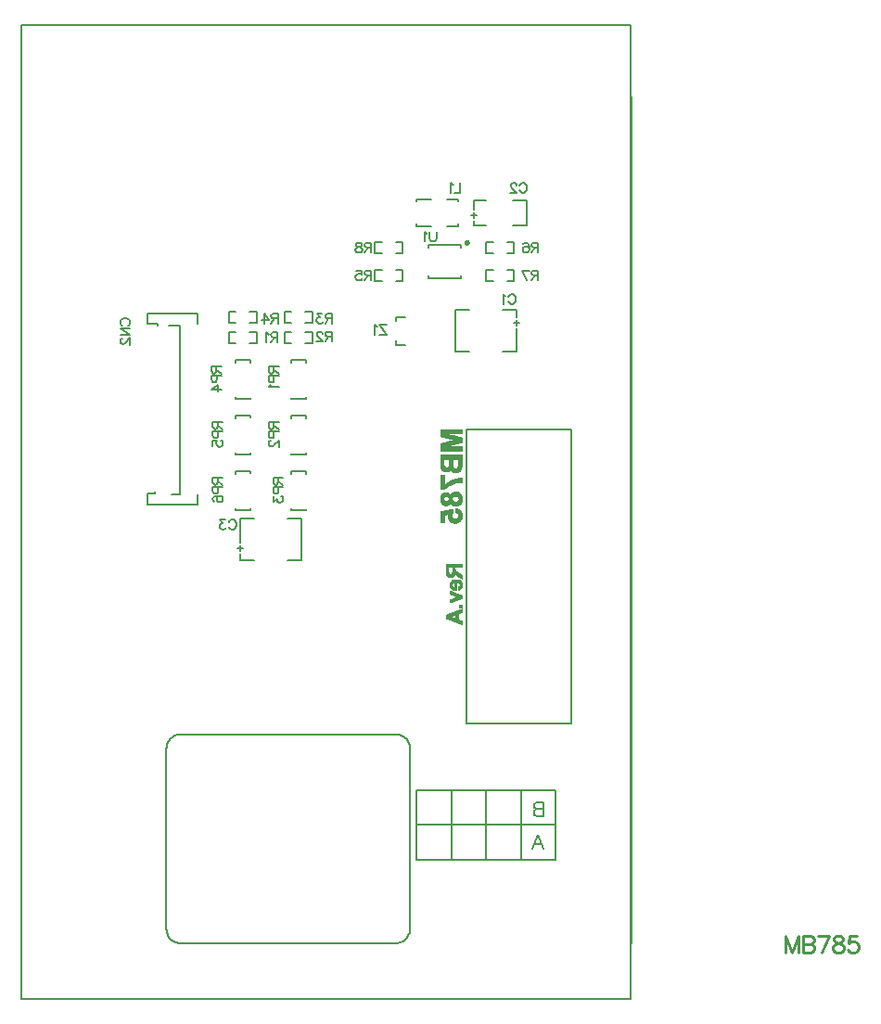
<source format=gbr>
%FSTAX23Y23*%
%MOIN*%
%SFA1B1*%

%IPPOS*%
%ADD10C,0.010000*%
%ADD11C,0.005000*%
%ADD13C,0.008000*%
%ADD34C,0.007000*%
%ADD35C,0.006000*%
%ADD36C,0.001000*%
%LNmb785a-1*%
%LPD*%
G54D10*
X-03642Y00967D02*
D01*
X-03642Y00967*
X-03642Y00967*
X-03642Y00968*
X-03642Y00968*
X-03642Y00968*
X-03642Y00969*
X-03642Y00969*
X-03642Y00969*
X-03642Y00969*
X-03643Y0097*
X-03643Y0097*
X-03643Y0097*
X-03643Y0097*
X-03644Y00971*
X-03644Y00971*
X-03644Y00971*
X-03645Y00971*
X-03645Y00971*
X-03645Y00971*
X-03646Y00971*
X-03646Y00971*
X-03646Y00971*
X-03647*
X-03647Y00971*
X-03647Y00971*
X-03648Y00971*
X-03648Y00971*
X-03648Y00971*
X-03649Y00971*
X-03649Y00971*
X-03649Y00971*
X-0365Y0097*
X-0365Y0097*
X-0365Y0097*
X-0365Y0097*
X-03651Y00969*
X-03651Y00969*
X-03651Y00969*
X-03651Y00969*
X-03651Y00968*
X-03651Y00968*
X-03651Y00968*
X-03651Y00967*
X-03651Y00967*
X-03652Y00967*
X-03651Y00966*
X-03651Y00966*
X-03651Y00965*
X-03651Y00965*
X-03651Y00965*
X-03651Y00964*
X-03651Y00964*
X-03651Y00964*
X-03651Y00964*
X-0365Y00963*
X-0365Y00963*
X-0365Y00963*
X-0365Y00963*
X-03649Y00962*
X-03649Y00962*
X-03649Y00962*
X-03648Y00962*
X-03648Y00962*
X-03648Y00962*
X-03647Y00962*
X-03647Y00962*
X-03647Y00962*
X-03646*
X-03646Y00962*
X-03646Y00962*
X-03645Y00962*
X-03645Y00962*
X-03645Y00962*
X-03644Y00962*
X-03644Y00962*
X-03644Y00962*
X-03643Y00963*
X-03643Y00963*
X-03643Y00963*
X-03643Y00963*
X-03642Y00964*
X-03642Y00964*
X-03642Y00964*
X-03642Y00964*
X-03642Y00965*
X-03642Y00965*
X-03642Y00965*
X-03642Y00966*
X-03642Y00966*
X-03642Y00967*
X-025Y-01525D02*
Y-01585D01*
Y-01525D02*
X-02477Y-01585D01*
X-02454Y-01525D02*
X-02477Y-01585D01*
X-02454Y-01525D02*
Y-01585D01*
X-02437Y-01525D02*
Y-01585D01*
Y-01525D02*
X-02411D01*
X-02403Y-01528*
X-024Y-01531*
X-02397Y-01536*
Y-01542*
X-024Y-01548*
X-02403Y-01551*
X-02411Y-01554*
X-02437D02*
X-02411D01*
X-02403Y-01556*
X-024Y-01559*
X-02397Y-01565*
Y-01574*
X-024Y-01579*
X-02403Y-01582*
X-02411Y-01585*
X-02437*
X-02344Y-01525D02*
X-02372Y-01585D01*
X-02384Y-01525D02*
X-02344D01*
X-02316D02*
X-02325Y-01528D01*
X-02327Y-01534*
Y-01539*
X-02325Y-01545*
X-02319Y-01548*
X-02307Y-01551*
X-02299Y-01554*
X-02293Y-01559*
X-0229Y-01565*
Y-01574*
X-02293Y-01579*
X-02296Y-01582*
X-02305Y-01585*
X-02316*
X-02325Y-01582*
X-02327Y-01579*
X-0233Y-01574*
Y-01565*
X-02327Y-01559*
X-02322Y-01554*
X-02313Y-01551*
X-02302Y-01548*
X-02296Y-01545*
X-02293Y-01539*
Y-01534*
X-02296Y-01528*
X-02305Y-01525*
X-02316*
X-02243D02*
X-02271D01*
X-02274Y-01551*
X-02271Y-01548*
X-02263Y-01545*
X-02254*
X-02245Y-01548*
X-0224Y-01554*
X-02237Y-01562*
Y-01568*
X-0224Y-01576*
X-02245Y-01582*
X-02254Y-01585*
X-02263*
X-02271Y-01582*
X-02274Y-01579*
X-02277Y-01574*
G54D11*
X-03826Y-01127D02*
X-03326D01*
X-03701Y-01252D02*
Y-01002D01*
X-03576Y-01252D02*
Y-01002D01*
X-03451Y-01252D02*
Y-01217D01*
Y-01247D02*
Y-01002D01*
X-03326Y-01252D02*
Y-01002D01*
X-03826Y-01252D02*
X-03326D01*
X-03826D02*
Y-01002D01*
X-03326*
X-04716Y00667D02*
X-04677D01*
X-04708Y0006D02*
X-04677D01*
Y00068*
Y00092*
Y00667*
X-04756D02*
Y00675D01*
X-04795D02*
X-04756D01*
X-04795D02*
Y0071D01*
X-04614*
Y00675D02*
Y0071D01*
X-04767Y00064D02*
Y00072D01*
X-04795Y00064D02*
X-04767D01*
X-04795Y00025D02*
Y00064D01*
Y00025D02*
X-04614D01*
Y00041*
Y0006*
X-03901Y00698D02*
X-03866D01*
X-03901Y00683D02*
Y00698D01*
Y00598D02*
X-03866D01*
X-03901D02*
Y00613D01*
X-03476Y00678D02*
X-03456D01*
X-03466Y00668D02*
Y00688D01*
X-04471Y-00132D02*
X-04451D01*
X-04461Y-00142D02*
Y-00122D01*
X-03667Y00839D02*
Y00849D01*
X-03785Y00839D02*
X-03667D01*
X-03785D02*
Y00849D01*
X-03667Y00947D02*
Y00957D01*
X-03785Y00947D02*
Y00957D01*
X-03667*
X-03631Y01063D02*
X-03611D01*
X-03621Y01053D02*
Y01073D01*
X-03851Y-00852D02*
D01*
X-03851Y-00848*
X-03851Y-00845*
X-03852Y-00841*
X-03852Y-00838*
X-03854Y-00834*
X-03855Y-00831*
X-03856Y-00828*
X-03858Y-00825*
X-0386Y-00822*
X-03862Y-00819*
X-03865Y-00817*
X-03867Y-00814*
X-0387Y-00812*
X-03873Y-0081*
X-03876Y-00808*
X-03879Y-00807*
X-03882Y-00805*
X-03885Y-00804*
X-03888Y-00803*
X-03892Y-00802*
X-03895Y-00802*
X-03899Y-00802*
X-03901Y-00802*
Y-01552D02*
D01*
X-03897Y-01551*
X-03894Y-01551*
X-0389Y-0155*
X-03887Y-0155*
X-03883Y-01548*
X-0388Y-01547*
X-03877Y-01546*
X-03874Y-01544*
X-03871Y-01542*
X-03868Y-0154*
X-03866Y-01537*
X-03863Y-01535*
X-03861Y-01532*
X-03859Y-01529*
X-03857Y-01527*
X-03856Y-01523*
X-03854Y-0152*
X-03853Y-01517*
X-03852Y-01514*
X-03851Y-0151*
X-03851Y-01507*
X-03851Y-01503*
X-03851Y-01502*
X-04676Y-00802D02*
D01*
X-04679Y-00802*
X-04682Y-00802*
X-04686Y-00803*
X-04689Y-00803*
X-04693Y-00805*
X-04696Y-00806*
X-04699Y-00807*
X-04702Y-00809*
X-04705Y-00811*
X-04708Y-00813*
X-0471Y-00816*
X-04713Y-00818*
X-04715Y-00821*
X-04717Y-00824*
X-04719Y-00827*
X-0472Y-0083*
X-04722Y-00833*
X-04723Y-00836*
X-04724Y-00839*
X-04725Y-00843*
X-04725Y-00846*
X-04725Y-0085*
X-04726Y-00852*
Y-01502D02*
D01*
X-04725Y-01505*
X-04725Y-01508*
X-04724Y-01512*
X-04724Y-01515*
X-04722Y-01519*
X-04721Y-01522*
X-0472Y-01525*
X-04718Y-01528*
X-04716Y-01531*
X-04714Y-01534*
X-04711Y-01536*
X-04709Y-01539*
X-04706Y-01541*
X-04703Y-01543*
X-04701Y-01545*
X-04697Y-01546*
X-04694Y-01548*
X-04691Y-01549*
X-04688Y-0155*
X-04684Y-01551*
X-04681Y-01551*
X-04677Y-01551*
X-04676Y-01552*
X-03056Y-01752D02*
Y01748D01*
X-05246D02*
X-03056D01*
X-03055Y-01552D02*
Y01492D01*
X-03056Y-01752D02*
Y01748D01*
X-05246D02*
X-03056D01*
X-05246Y-01752D02*
X-03056D01*
X-04786D02*
X-03056D01*
Y01553D01*
X-05246Y-01752D02*
Y01748D01*
X-04676Y-01552D02*
X-03901D01*
X-04676Y-00802D02*
X-03901D01*
X-03851Y-01502D02*
Y-00852D01*
X-04726Y-01502D02*
Y-00852D01*
G54D13*
X-0341Y-01211D02*
X-03391Y-01161D01*
X-03372Y-01211*
X-03379Y-01194D02*
X-03403D01*
X-03372Y-01046D02*
Y-01096D01*
Y-01046D02*
X-03393D01*
X-034Y-01048*
X-03403Y-01051*
X-03405Y-01055*
Y-0106*
X-03403Y-01065*
X-034Y-01067*
X-03393Y-0107*
X-03372D02*
X-03393D01*
X-034Y-01072*
X-03403Y-01074*
X-03405Y-01079*
Y-01086*
X-03403Y-01091*
X-034Y-01093*
X-03393Y-01096*
X-03372*
G54D34*
X-03646Y00293D02*
X-03271D01*
X-03646Y-00762D02*
X-03271D01*
X-03646D02*
Y00293D01*
X-03271Y-00762D02*
Y00293D01*
G54D35*
X-03976Y00828D02*
X-03951D01*
X-03976D02*
Y00868D01*
X-03951*
X-03901D02*
X-03876D01*
Y00828D02*
Y00868D01*
X-03901Y00828D02*
X-03876D01*
X-04426Y00643D02*
X-04401D01*
Y00603D02*
Y00643D01*
X-04426Y00603D02*
X-04401D01*
X-04501D02*
X-04476D01*
X-04501D02*
Y00643D01*
X-04476*
X-04301Y00678D02*
X-04276D01*
X-04301D02*
Y00718D01*
X-04276*
X-04226D02*
X-04201D01*
Y00678D02*
Y00718D01*
X-04226Y00678D02*
X-04201D01*
X-04223Y00003D02*
Y00009D01*
X-04278Y00003D02*
X-04223D01*
X-04278D02*
Y00012D01*
Y00134D02*
Y00142D01*
Y00143D02*
X-04223D01*
Y00134D02*
Y00143D01*
X-04278Y00203D02*
Y00209D01*
Y00203D02*
X-04223D01*
Y00212*
Y00334D02*
Y00342D01*
X-04278Y00343D02*
X-04223D01*
X-04278Y00334D02*
Y00343D01*
X-04423Y00534D02*
Y00543D01*
X-04478D02*
X-04423D01*
X-04478Y00534D02*
Y00542D01*
Y00403D02*
Y00412D01*
Y00403D02*
X-04423D01*
Y00409*
Y00003D02*
Y00012D01*
X-04478Y00003D02*
X-04423D01*
X-04478Y00004D02*
Y00012D01*
Y00134D02*
Y00143D01*
X-04423*
Y00137D02*
Y00143D01*
Y00203D02*
Y00212D01*
X-04478Y00203D02*
X-04423D01*
X-04478Y00204D02*
Y00212D01*
Y00334D02*
Y00343D01*
X-04423*
Y00337D02*
Y00343D01*
X-04278Y00534D02*
Y00543D01*
X-04223*
Y00534D02*
Y00542D01*
Y00403D02*
Y00412D01*
X-04278Y00403D02*
X-04223D01*
X-04278D02*
Y00409D01*
X-03901Y00928D02*
X-03876D01*
Y00968*
X-03901D02*
X-03876D01*
X-03976D02*
X-03951D01*
X-03976Y00928D02*
Y00968D01*
Y00928D02*
X-03951D01*
X-03501Y00828D02*
X-03476D01*
Y00868*
X-03501D02*
X-03476D01*
X-03576D02*
X-03551D01*
X-03576Y00828D02*
Y00868D01*
Y00828D02*
X-03551D01*
X-03576Y00968D02*
X-03551D01*
X-03576Y00928D02*
Y00968D01*
Y00928D02*
X-03551D01*
X-03501D02*
X-03476D01*
Y00968*
X-03501D02*
X-03476D01*
X-04501Y00718D02*
X-04476D01*
X-04501Y00678D02*
Y00718D01*
Y00678D02*
X-04476D01*
X-04426D02*
X-04401D01*
Y00718*
X-04426D02*
X-04401D01*
X-04226Y00603D02*
X-04201D01*
Y00643*
X-04226D02*
X-04201D01*
X-04301D02*
X-04276D01*
X-04301Y00603D02*
Y00643D01*
Y00603D02*
X-04276D01*
X-03826Y01024D02*
X-03773D01*
X-03826Y01122D02*
X-03773D01*
X-03718Y01024D02*
X-03676D01*
X-03718Y01122D02*
X-03676D01*
X-03826Y01113D02*
Y01122D01*
Y01024D02*
Y01033D01*
X-03676Y01024D02*
Y01033D01*
Y01113D02*
Y01122D01*
X-03466Y00698D02*
Y00723D01*
X-03516Y00573D02*
X-03466D01*
X-03516Y00723D02*
X-03466D01*
X-03686D02*
X-03636D01*
X-03686Y00573D02*
Y00723D01*
Y00573D02*
X-03636D01*
X-03466D02*
Y00658D01*
X-03476Y00723D02*
X-03466D01*
X-04461Y-00177D02*
Y-00152D01*
Y-00027D02*
X-04411D01*
X-04461Y-00177D02*
X-04411D01*
X-04291D02*
X-04241D01*
Y-00027*
X-04291D02*
X-04241D01*
X-04461Y-00112D02*
Y-00027D01*
Y-00177D02*
X-04451D01*
X-03621Y01028D02*
Y01043D01*
Y01083D02*
Y01118D01*
X-03481D02*
X-03431D01*
Y01028D02*
Y01118D01*
X-03481Y01028D02*
X-03431D01*
X-03621D02*
X-03576D01*
X-03621Y01118D02*
X-03576D01*
X-04883Y00668D02*
X-04887Y00669D01*
X-0489Y00673*
X-04892Y00676*
Y00683*
X-0489Y00686*
X-04887Y0069*
X-04883Y00692*
X-04878Y00693*
X-04869*
X-04864Y00692*
X-04861Y0069*
X-04857Y00686*
X-04856Y00683*
Y00676*
X-04857Y00673*
X-04861Y00669*
X-04864Y00668*
X-04892Y00657D02*
X-04856D01*
X-04892D02*
X-04856Y00633D01*
X-04892D02*
X-04856D01*
X-04883Y00622D02*
X-04885D01*
X-04888Y0062*
X-0489Y00618*
X-04892Y00615*
Y00608*
X-0489Y00605*
X-04888Y00603*
X-04885Y00601*
X-04881*
X-04878Y00603*
X-04873Y00606*
X-04856Y00623*
Y00599*
X-03959Y00671D02*
X-03935Y00635D01*
Y00671D02*
X-03959D01*
X-03935Y00635D02*
X-03959D01*
X-03967Y00664D02*
X-0397Y00666D01*
X-03976Y00671*
Y00635*
X-03755Y01006D02*
Y0098D01*
X-03757Y00975*
X-0376Y00972*
X-03765Y0097*
X-03769*
X-03774Y00972*
X-03777Y00975*
X-03779Y0098*
Y01006*
X-03789Y00999D02*
X-03792Y01001D01*
X-03798Y01006*
Y0097*
X-04559Y0012D02*
X-04523D01*
X-04559D02*
Y00105D01*
X-04557Y001*
X-04555Y00098*
X-04552Y00096*
X-04549*
X-04545Y00098*
X-04543Y001*
X-04542Y00105*
Y0012*
Y00108D02*
X-04523Y00096D01*
X-0454Y00088D02*
Y00073D01*
X-04542Y00068*
X-04543Y00066*
X-04547Y00064*
X-04552*
X-04555Y00066*
X-04557Y00068*
X-04559Y00073*
Y00088*
X-04523*
X-04554Y00036D02*
X-04557Y00038D01*
X-04559Y00043*
Y00046*
X-04557Y00051*
X-04552Y00055*
X-04543Y00056*
X-04535*
X-04528Y00055*
X-04525Y00051*
X-04523Y00046*
Y00044*
X-04525Y00039*
X-04528Y00036*
X-04533Y00034*
X-04535*
X-0454Y00036*
X-04543Y00039*
X-04545Y00044*
Y00046*
X-04543Y00051*
X-0454Y00055*
X-04535Y00056*
X-04559Y0032D02*
X-04523D01*
X-04559D02*
Y00305D01*
X-04557Y003*
X-04555Y00298*
X-04552Y00296*
X-04549*
X-04545Y00298*
X-04543Y003*
X-04542Y00305*
Y0032*
Y00308D02*
X-04523Y00296D01*
X-0454Y00288D02*
Y00273D01*
X-04542Y00268*
X-04543Y00266*
X-04547Y00264*
X-04552*
X-04555Y00266*
X-04557Y00268*
X-04559Y00273*
Y00288*
X-04523*
X-04559Y00236D02*
Y00253D01*
X-04543Y00255*
X-04545Y00253*
X-04547Y00248*
Y00243*
X-04545Y00238*
X-04542Y00234*
X-04537Y00232*
X-04533*
X-04528Y00234*
X-04525Y00238*
X-04523Y00243*
Y00248*
X-04525Y00253*
X-04526Y00255*
X-0453Y00256*
X-04564Y0052D02*
X-04528D01*
X-04564D02*
Y00505D01*
X-04562Y005*
X-0456Y00498*
X-04557Y00496*
X-04554*
X-0455Y00498*
X-04548Y005*
X-04547Y00505*
Y0052*
Y00508D02*
X-04528Y00496D01*
X-04545Y00488D02*
Y00473D01*
X-04547Y00468*
X-04548Y00466*
X-04552Y00464*
X-04557*
X-0456Y00466*
X-04562Y00468*
X-04564Y00473*
Y00488*
X-04528*
X-04564Y00439D02*
X-0454Y00456D01*
Y00431*
X-04564Y00439D02*
X-04528D01*
X-04342Y0012D02*
X-04306D01*
X-04342D02*
Y00105D01*
X-0434Y001*
X-04338Y00098*
X-04335Y00096*
X-04331*
X-04328Y00098*
X-04326Y001*
X-04325Y00105*
Y0012*
Y00108D02*
X-04306Y00096D01*
X-04323Y00088D02*
Y00073D01*
X-04325Y00068*
X-04326Y00066*
X-0433Y00064*
X-04335*
X-04338Y00066*
X-0434Y00068*
X-04342Y00073*
Y00088*
X-04306*
X-04342Y00053D02*
Y00034D01*
X-04328Y00044*
Y00039*
X-04326Y00036*
X-04325Y00034*
X-04319Y00032*
X-04316*
X-04311Y00034*
X-04307Y00038*
X-04306Y00043*
Y00048*
X-04307Y00053*
X-04309Y00055*
X-04313Y00056*
X-04358Y0032D02*
X-04322D01*
X-04358D02*
Y00305D01*
X-04356Y003*
X-04354Y00298*
X-04351Y00296*
X-04347*
X-04344Y00298*
X-04342Y003*
X-04341Y00305*
Y0032*
Y00308D02*
X-04322Y00296D01*
X-04339Y00288D02*
Y00273D01*
X-04341Y00268*
X-04342Y00266*
X-04346Y00264*
X-04351*
X-04354Y00266*
X-04356Y00268*
X-04358Y00273*
Y00288*
X-04322*
X-04349Y00255D02*
X-04351D01*
X-04354Y00253*
X-04356Y00251*
X-04358Y00248*
Y00241*
X-04356Y00238*
X-04354Y00236*
X-04351Y00234*
X-04347*
X-04344Y00236*
X-04339Y00239*
X-04322Y00256*
Y00232*
X-04358Y0052D02*
X-04322D01*
X-04358D02*
Y00505D01*
X-04356Y005*
X-04354Y00498*
X-04351Y00496*
X-04347*
X-04344Y00498*
X-04342Y005*
X-04341Y00505*
Y0052*
Y00508D02*
X-04322Y00496D01*
X-04339Y00488D02*
Y00473D01*
X-04341Y00468*
X-04342Y00466*
X-04346Y00464*
X-04351*
X-04354Y00466*
X-04356Y00468*
X-04358Y00473*
Y00488*
X-04322*
X-04351Y00456D02*
X-04353Y00453D01*
X-04358Y00448*
X-04322*
X-0399Y00966D02*
Y0093D01*
Y00966D02*
X-04005D01*
X-04011Y00964*
X-04012Y00963*
X-04014Y00959*
Y00956*
X-04012Y00952*
X-04011Y00951*
X-04005Y00949*
X-0399*
X-04002D02*
X-04014Y0093D01*
X-04031Y00966D02*
X-04025Y00964D01*
X-04024Y00961*
Y00957*
X-04025Y00954*
X-04029Y00952*
X-04036Y00951*
X-04041Y00949*
X-04044Y00945*
X-04046Y00942*
Y00937*
X-04044Y00933*
X-04043Y00932*
X-04037Y0093*
X-04031*
X-04025Y00932*
X-04024Y00933*
X-04022Y00937*
Y00942*
X-04024Y00945*
X-04027Y00949*
X-04032Y00951*
X-04039Y00952*
X-04043Y00954*
X-04044Y00957*
Y00961*
X-04043Y00964*
X-04037Y00966*
X-04031*
X-0339Y00866D02*
Y0083D01*
Y00866D02*
X-03405D01*
X-03411Y00864*
X-03412Y00863*
X-03414Y00859*
Y00856*
X-03412Y00852*
X-03411Y00851*
X-03405Y00849*
X-0339*
X-03402D02*
X-03414Y0083D01*
X-03446Y00866D02*
X-03429Y0083D01*
X-03422Y00866D02*
X-03446D01*
X-0339Y00966D02*
Y0093D01*
Y00966D02*
X-03405D01*
X-03411Y00964*
X-03412Y00963*
X-03414Y00959*
Y00956*
X-03412Y00952*
X-03411Y00951*
X-03405Y00949*
X-0339*
X-03402D02*
X-03414Y0093D01*
X-03443Y00961D02*
X-03441Y00964D01*
X-03436Y00966*
X-03432*
X-03427Y00964*
X-03424Y00959*
X-03422Y00951*
Y00942*
X-03424Y00935*
X-03427Y00932*
X-03432Y0093*
X-03434*
X-03439Y00932*
X-03443Y00935*
X-03444Y0094*
Y00942*
X-03443Y00947*
X-03439Y00951*
X-03434Y00952*
X-03432*
X-03427Y00951*
X-03424Y00947*
X-03422Y00942*
X-0399Y00866D02*
Y0083D01*
Y00866D02*
X-04005D01*
X-04011Y00864*
X-04012Y00863*
X-04014Y00859*
Y00856*
X-04012Y00852*
X-04011Y00851*
X-04005Y00849*
X-0399*
X-04002D02*
X-04014Y0083D01*
X-04043Y00866D02*
X-04025D01*
X-04024Y00851*
X-04025Y00852*
X-04031Y00854*
X-04036*
X-04041Y00852*
X-04044Y00849*
X-04046Y00844*
Y0084*
X-04044Y00835*
X-04041Y00832*
X-04036Y0083*
X-04031*
X-04025Y00832*
X-04024Y00833*
X-04022Y00837*
X-04325Y00711D02*
Y00675D01*
Y00711D02*
X-0434D01*
X-04346Y00709*
X-04347Y00708*
X-04349Y00704*
Y00701*
X-04347Y00697*
X-04346Y00696*
X-0434Y00694*
X-04325*
X-04337D02*
X-04349Y00675D01*
X-04374Y00711D02*
X-04357Y00687D01*
X-04383*
X-04374Y00711D02*
Y00675D01*
X-04131Y00711D02*
Y00675D01*
Y00711D02*
X-04146D01*
X-04151Y00709*
X-04153Y00708*
X-04155Y00704*
Y00701*
X-04153Y00697*
X-04151Y00696*
X-04146Y00694*
X-04131*
X-04143D02*
X-04155Y00675D01*
X-04166Y00711D02*
X-04185D01*
X-04175Y00697*
X-0418*
X-04183Y00696*
X-04185Y00694*
X-04187Y00689*
Y00685*
X-04185Y0068*
X-04182Y00677*
X-04176Y00675*
X-04171*
X-04166Y00677*
X-04164Y00678*
X-04163Y00682*
X-04131Y00646D02*
Y0061D01*
Y00646D02*
X-04146D01*
X-04151Y00644*
X-04153Y00643*
X-04155Y00639*
Y00636*
X-04153Y00632*
X-04151Y00631*
X-04146Y00629*
X-04131*
X-04143D02*
X-04155Y0061D01*
X-04164Y00637D02*
Y00639D01*
X-04166Y00643*
X-04168Y00644*
X-04171Y00646*
X-04178*
X-04182Y00644*
X-04183Y00643*
X-04185Y00639*
Y00636*
X-04183Y00632*
X-0418Y00627*
X-04163Y0061*
X-04187*
X-04326Y00643D02*
Y00607D01*
Y00643D02*
X-04341D01*
X-04346Y00641*
X-04348Y0064*
X-0435Y00636*
Y00633*
X-04348Y00629*
X-04346Y00628*
X-04341Y00626*
X-04326*
X-04338D02*
X-0435Y00607D01*
X-04358Y00636D02*
X-04361Y00638D01*
X-04366Y00643*
Y00607*
X-0367Y01181D02*
Y01145D01*
X-03691*
X-03695Y01174D02*
X-03698Y01176D01*
X-03703Y01181*
Y01145*
X-04501Y-00038D02*
X-04499Y-00034D01*
X-04496Y-00031*
X-04492Y-00029*
X-04485*
X-04482Y-00031*
X-04478Y-00034*
X-04477Y-00038*
X-04475Y-00043*
Y-00051*
X-04477Y-00056*
X-04478Y-0006*
X-04482Y-00063*
X-04485Y-00065*
X-04492*
X-04496Y-00063*
X-04499Y-0006*
X-04501Y-00056*
X-04514Y-00029D02*
X-04533D01*
X-04523Y-00043*
X-04528*
X-04531Y-00044*
X-04533Y-00046*
X-04535Y-00051*
Y-00055*
X-04533Y-0006*
X-0453Y-00063*
X-04525Y-00065*
X-04519*
X-04514Y-00063*
X-04513Y-00062*
X-04511Y-00058*
X-03456Y01172D02*
X-03454Y01176D01*
X-03451Y01179*
X-03447Y01181*
X-0344*
X-03437Y01179*
X-03433Y01176*
X-03432Y01172*
X-0343Y01167*
Y01159*
X-03432Y01154*
X-03433Y0115*
X-03437Y01147*
X-0344Y01145*
X-03447*
X-03451Y01147*
X-03454Y0115*
X-03456Y01154*
X-03468Y01172D02*
Y01174D01*
X-03469Y01178*
X-03471Y01179*
X-03474Y01181*
X-03481*
X-03485Y01179*
X-03486Y01178*
X-03488Y01174*
Y01171*
X-03486Y01167*
X-03483Y01162*
X-03466Y01145*
X-0349*
X-03496Y00772D02*
X-03494Y00776D01*
X-03491Y00779*
X-03487Y00781*
X-0348*
X-03477Y00779*
X-03473Y00776*
X-03472Y00772*
X-0347Y00767*
Y00759*
X-03472Y00754*
X-03473Y0075*
X-03477Y00747*
X-0348Y00745*
X-03487*
X-03491Y00747*
X-03494Y0075*
X-03496Y00754*
X-03506Y00774D02*
X-03509Y00776D01*
X-03514Y00781*
Y00745*
G54D36*
X-03741Y00039D02*
Y00052D01*
Y00161D02*
Y00204D01*
Y00219D02*
Y00245D01*
Y0027D02*
Y00296D01*
X-0374Y-00038D02*
Y0D01*
Y00035D02*
Y00056D01*
Y0008D02*
Y00131D01*
Y00156D02*
Y00204D01*
Y00219D02*
Y00245D01*
Y0027D02*
Y00296D01*
X-03739Y-00038D02*
Y0D01*
Y00033D02*
Y00058D01*
Y0008D02*
Y00131D01*
Y00154D02*
Y00204D01*
Y00219D02*
Y00245D01*
Y0027D02*
Y00296D01*
X-03738Y-00038D02*
Y00001D01*
Y00031D02*
Y0006D01*
Y0008D02*
Y00131D01*
Y00152D02*
Y00204D01*
Y00219D02*
Y00245D01*
Y0027D02*
Y00296D01*
X-03737Y-00038D02*
Y00001D01*
Y00029D02*
Y00062D01*
Y0008D02*
Y00131D01*
Y00151D02*
Y00204D01*
Y00219D02*
Y00246D01*
Y00269D02*
Y00296D01*
X-03736Y-00038D02*
Y00001D01*
Y00028D02*
Y00063D01*
Y0008D02*
Y00131D01*
Y00149D02*
Y00204D01*
Y00219D02*
Y00246D01*
Y00269D02*
Y00296D01*
X-03735Y-00038D02*
Y00001D01*
Y00027D02*
Y00064D01*
Y0008D02*
Y00131D01*
Y00148D02*
Y00204D01*
Y00219D02*
Y00246D01*
Y00269D02*
Y00296D01*
X-03734Y-00038D02*
Y00001D01*
Y00026D02*
Y00065D01*
Y0008D02*
Y00131D01*
Y00147D02*
Y00204D01*
Y00219D02*
Y00246D01*
Y00269D02*
Y00296D01*
X-03733Y-00038D02*
Y00002D01*
Y00026D02*
Y00065D01*
Y0008D02*
Y00131D01*
Y00147D02*
Y00204D01*
Y00219D02*
Y00247D01*
Y00268D02*
Y00296D01*
X-03732Y-00038D02*
Y00002D01*
Y00025D02*
Y00066D01*
Y0008D02*
Y00131D01*
Y00146D02*
Y00204D01*
Y00219D02*
Y00247D01*
Y00268D02*
Y00296D01*
X-03731Y-00038D02*
Y00002D01*
Y00024D02*
Y00067D01*
Y0008D02*
Y00131D01*
Y00145D02*
Y00204D01*
Y00219D02*
Y00247D01*
Y00268D02*
Y00296D01*
X-0373Y-00038D02*
Y00002D01*
Y00024D02*
Y00067D01*
Y0008D02*
Y00131D01*
Y00145D02*
Y00204D01*
Y00219D02*
Y00247D01*
Y00268D02*
Y00296D01*
X-03729Y-00038D02*
Y00002D01*
Y00023D02*
Y00042D01*
Y00049D02*
Y00068D01*
Y00081D02*
Y00131D01*
Y00144D02*
Y00204D01*
Y00219D02*
Y00248D01*
Y00267D02*
Y00296D01*
X-03728Y-00038D02*
Y00003D01*
Y00023D02*
Y0004D01*
Y00051D02*
Y00068D01*
Y00081D02*
Y00131D01*
Y00144D02*
Y00165D01*
Y00189D02*
Y00204D01*
Y00219D02*
Y00248D01*
Y00267D02*
Y00296D01*
X-03727Y-00038D02*
Y00003D01*
Y00023D02*
Y00039D01*
Y00052D02*
Y00068D01*
Y00082D02*
Y00131D01*
Y00144D02*
Y00162D01*
Y00189D02*
Y00204D01*
Y00219D02*
Y00248D01*
Y00267D02*
Y00296D01*
X-03726Y-00038D02*
Y00003D01*
Y00022D02*
Y00038D01*
Y00053D02*
Y00069D01*
Y00083D02*
Y00131D01*
Y00143D02*
Y00161D01*
Y00189D02*
Y00204D01*
Y00219D02*
Y00248D01*
Y00267D02*
Y00296D01*
X-03725Y-00012D02*
Y00003D01*
Y00022D02*
Y00038D01*
Y00053D02*
Y00069D01*
Y00084D02*
Y00097D01*
Y00143D02*
Y0016D01*
Y00189D02*
Y00204D01*
Y00219D02*
Y00234D01*
Y00235D02*
Y00249D01*
Y00266D02*
Y0028D01*
Y00281D02*
Y00296D01*
X-03724Y-00012D02*
Y00003D01*
Y00022D02*
Y00037D01*
Y00053D02*
Y00069D01*
Y00085D02*
Y00098D01*
Y00143D02*
Y00159D01*
Y00189D02*
Y00204D01*
Y00219D02*
Y00234D01*
Y00235D02*
Y00249D01*
Y00266D02*
Y0028D01*
Y00281D02*
Y00296D01*
X-03723Y-00011D02*
Y00004D01*
Y00022D02*
Y00037D01*
Y00054D02*
Y00069D01*
Y00086D02*
Y00099D01*
Y00143D02*
Y00159D01*
Y00189D02*
Y00204D01*
Y00219D02*
Y00234D01*
Y00235D02*
Y00249D01*
Y00266D02*
Y0028D01*
Y00281D02*
Y00296D01*
X-03722Y-00383D02*
Y-00372D01*
Y-00222D02*
Y-00189D01*
Y-00011D02*
Y00004D01*
Y00022D02*
Y00037D01*
Y00054D02*
Y00069D01*
Y00086D02*
Y001D01*
Y00143D02*
Y00158D01*
Y00189D02*
Y00204D01*
Y00219D02*
Y00234D01*
Y00235D02*
Y00249D01*
Y00266D02*
Y0028D01*
Y00281D02*
Y00296D01*
X-03721Y-00384D02*
Y-00371D01*
Y-00227D02*
Y-00189D01*
Y-00011D02*
Y00004D01*
Y00022D02*
Y00037D01*
Y00054D02*
Y00069D01*
Y00087D02*
Y00101D01*
Y00143D02*
Y00158D01*
Y00189D02*
Y00204D01*
Y00219D02*
Y00234D01*
Y00235D02*
Y0025D01*
Y00265D02*
Y0028D01*
Y00281D02*
Y00296D01*
X-0372Y-00384D02*
Y-00371D01*
Y-00229D02*
Y-00189D01*
Y-00011D02*
Y00004D01*
Y00022D02*
Y00037D01*
Y00054D02*
Y00069D01*
Y00088D02*
Y00101D01*
Y00143D02*
Y00158D01*
Y00189D02*
Y00204D01*
Y00219D02*
Y00234D01*
Y00236D02*
Y0025D01*
Y00265D02*
Y00279D01*
Y00281D02*
Y00296D01*
X-03719Y-00384D02*
Y-00371D01*
Y-0023D02*
Y-00189D01*
Y-00011D02*
Y00004D01*
Y00022D02*
Y00037D01*
Y00054D02*
Y00069D01*
Y00088D02*
Y00102D01*
Y00143D02*
Y00158D01*
Y00189D02*
Y00204D01*
Y00219D02*
Y00234D01*
Y00236D02*
Y0025D01*
Y00265D02*
Y00279D01*
Y00281D02*
Y00296D01*
X-03718Y-00385D02*
Y-0037D01*
Y-00231D02*
Y-00189D01*
Y-0001D02*
Y00005D01*
Y00022D02*
Y00037D01*
Y00054D02*
Y00069D01*
Y00089D02*
Y00103D01*
Y00143D02*
Y00158D01*
Y00189D02*
Y00204D01*
Y00219D02*
Y00234D01*
Y00236D02*
Y0025D01*
Y00265D02*
Y00279D01*
Y00281D02*
Y00296D01*
X-03717Y-00385D02*
Y-0037D01*
Y-00232D02*
Y-00189D01*
Y-0001D02*
Y00005D01*
Y00023D02*
Y00038D01*
Y00053D02*
Y00068D01*
Y0009D02*
Y00103D01*
Y00144D02*
Y00158D01*
Y00189D02*
Y00204D01*
Y00219D02*
Y00234D01*
Y00236D02*
Y00251D01*
Y00264D02*
Y00279D01*
Y00281D02*
Y00296D01*
X-03716Y-00385D02*
Y-00369D01*
Y-00233D02*
Y-00189D01*
Y-0001D02*
Y00005D01*
Y00023D02*
Y00038D01*
Y00053D02*
Y00068D01*
Y0009D02*
Y00104D01*
Y00144D02*
Y00159D01*
Y00189D02*
Y00204D01*
Y00219D02*
Y00234D01*
Y00237D02*
Y00251D01*
Y00264D02*
Y00278D01*
Y00281D02*
Y00296D01*
X-03715Y-00386D02*
Y-00369D01*
Y-00234D02*
Y-00189D01*
Y-0001D02*
Y00005D01*
Y00023D02*
Y00038D01*
Y00053D02*
Y00068D01*
Y00091D02*
Y00105D01*
Y00144D02*
Y00159D01*
Y00189D02*
Y00204D01*
Y00219D02*
Y00234D01*
Y00237D02*
Y00251D01*
Y00264D02*
Y00278D01*
Y00281D02*
Y00296D01*
X-03714Y-00386D02*
Y-00369D01*
Y-00234D02*
Y-00189D01*
Y-00023D02*
Y-00015D01*
Y-00009D02*
Y00006D01*
Y00024D02*
Y00039D01*
Y00052D02*
Y00067D01*
Y00092D02*
Y00105D01*
Y00145D02*
Y0016D01*
Y00189D02*
Y00204D01*
Y00219D02*
Y00234D01*
Y00237D02*
Y00251D01*
Y00264D02*
Y00278D01*
Y00281D02*
Y00296D01*
X-03713Y-00387D02*
Y-00368D01*
Y-00235D02*
Y-00189D01*
Y-00027D02*
Y-00012D01*
Y-00009D02*
Y00006D01*
Y00024D02*
Y0004D01*
Y00051D02*
Y00067D01*
Y00092D02*
Y00106D01*
Y00145D02*
Y00161D01*
Y00189D02*
Y00204D01*
Y00219D02*
Y00234D01*
Y00237D02*
Y00252D01*
Y00263D02*
Y00278D01*
Y00281D02*
Y00296D01*
X-03712Y-00387D02*
Y-00368D01*
Y-00235D02*
Y-0022D01*
Y-002D02*
Y-00189D01*
Y-00029D02*
Y-0001D01*
Y-00009D02*
Y00006D01*
Y00025D02*
Y00042D01*
Y00049D02*
Y00066D01*
Y00093D02*
Y00107D01*
Y00146D02*
Y00163D01*
Y00189D02*
Y00204D01*
Y00219D02*
Y00234D01*
Y00238D02*
Y00252D01*
Y00263D02*
Y00277D01*
Y00281D02*
Y00296D01*
X-03711Y-00387D02*
Y-00368D01*
Y-00235D02*
Y-00222D01*
Y-002D02*
Y-00189D01*
Y-0003D02*
Y00006D01*
Y00026D02*
Y00065D01*
Y00093D02*
Y00107D01*
Y00146D02*
Y00165D01*
Y00189D02*
Y00204D01*
Y00219D02*
Y00234D01*
Y00238D02*
Y00252D01*
Y00263D02*
Y00277D01*
Y00281D02*
Y00296D01*
X-0371Y-00388D02*
Y-00367D01*
Y-00236D02*
Y-00224D01*
Y-002D02*
Y-00189D01*
Y-00032D02*
Y00006D01*
Y00027D02*
Y00064D01*
Y00094D02*
Y00108D01*
Y00147D02*
Y00204D01*
Y00219D02*
Y00234D01*
Y00238D02*
Y00252D01*
Y00263D02*
Y00277D01*
Y00281D02*
Y00296D01*
X-03709Y-00388D02*
Y-00367D01*
Y-00236D02*
Y-00224D01*
Y-002D02*
Y-00189D01*
Y-00033D02*
Y00007D01*
Y00028D02*
Y00063D01*
Y00094D02*
Y00108D01*
Y00148D02*
Y00204D01*
Y00219D02*
Y00234D01*
Y00238D02*
Y00253D01*
Y00262D02*
Y00277D01*
Y00281D02*
Y00296D01*
X-03708Y-00388D02*
Y-00378D01*
Y-00377D02*
Y-00366D01*
Y-00236D02*
Y-00225D01*
Y-002D02*
Y-00189D01*
Y-00034D02*
Y00007D01*
Y00029D02*
Y00062D01*
Y00095D02*
Y00109D01*
Y00149D02*
Y00204D01*
Y00219D02*
Y00234D01*
Y00239D02*
Y00253D01*
Y00262D02*
Y00276D01*
Y00281D02*
Y00296D01*
X-03707Y-00389D02*
Y-00378D01*
Y-00377D02*
Y-00366D01*
Y-00268D02*
Y-00259D01*
Y-00236D02*
Y-00225D01*
Y-002D02*
Y-00189D01*
Y-00035D02*
Y00007D01*
Y00031D02*
Y0006D01*
Y00095D02*
Y00109D01*
Y0015D02*
Y00204D01*
Y00219D02*
Y00234D01*
Y00239D02*
Y00253D01*
Y00262D02*
Y00276D01*
Y00281D02*
Y00296D01*
X-03706Y-00389D02*
Y-00378D01*
Y-00377D02*
Y-00366D01*
Y-00327D02*
Y-00316D01*
Y-00297D02*
Y-00286D01*
Y-00271D02*
Y-00256D01*
Y-00236D02*
Y-00225D01*
Y-002D02*
Y-00189D01*
Y-00036D02*
Y00007D01*
Y00033D02*
Y00058D01*
Y00096D02*
Y0011D01*
Y00152D02*
Y00204D01*
Y00219D02*
Y00234D01*
Y00239D02*
Y00253D01*
Y00262D02*
Y00276D01*
Y00281D02*
Y00296D01*
X-03705Y-0039D02*
Y-00379D01*
Y-00376D02*
Y-00365D01*
Y-00327D02*
Y-00316D01*
Y-00297D02*
Y-00286D01*
Y-00273D02*
Y-00254D01*
Y-00236D02*
Y-00225D01*
Y-002D02*
Y-00189D01*
Y-00037D02*
Y00007D01*
Y00031D02*
Y0006D01*
Y00096D02*
Y0011D01*
Y00153D02*
Y00204D01*
Y00219D02*
Y00234D01*
Y00239D02*
Y00254D01*
Y00261D02*
Y00276D01*
Y00281D02*
Y00296D01*
X-03704Y-0039D02*
Y-00379D01*
Y-00376D02*
Y-00365D01*
Y-00327D02*
Y-00316D01*
Y-00297D02*
Y-00286D01*
Y-00275D02*
Y-00252D01*
Y-00236D02*
Y-00225D01*
Y-002D02*
Y-00189D01*
Y-00037D02*
Y00008D01*
Y00029D02*
Y00062D01*
Y00097D02*
Y00111D01*
Y00151D02*
Y00204D01*
Y00219D02*
Y00234D01*
Y0024D02*
Y00254D01*
Y00261D02*
Y00275D01*
Y00281D02*
Y00296D01*
X-03703Y-0039D02*
Y-00379D01*
Y-00376D02*
Y-00365D01*
Y-00326D02*
Y-00315D01*
Y-00298D02*
Y-00287D01*
Y-00276D02*
Y-00251D01*
Y-00236D02*
Y-00225D01*
Y-002D02*
Y-00189D01*
Y-00038D02*
Y00008D01*
Y00028D02*
Y00063D01*
Y00097D02*
Y00111D01*
Y00149D02*
Y00204D01*
Y00219D02*
Y00234D01*
Y0024D02*
Y00254D01*
Y00261D02*
Y00275D01*
Y00281D02*
Y00296D01*
X-03702Y-00391D02*
Y-0038D01*
Y-00375D02*
Y-00364D01*
Y-00326D02*
Y-00315D01*
Y-00298D02*
Y-00287D01*
Y-00277D02*
Y-0025D01*
Y-00236D02*
Y-00224D01*
Y-002D02*
Y-00189D01*
Y-00038D02*
Y00008D01*
Y00027D02*
Y00064D01*
Y00098D02*
Y00112D01*
Y00147D02*
Y00204D01*
Y00219D02*
Y00234D01*
Y0024D02*
Y00254D01*
Y00261D02*
Y00275D01*
Y00281D02*
Y00296D01*
X-03701Y-00391D02*
Y-0038D01*
Y-00375D02*
Y-00364D01*
Y-00325D02*
Y-00315D01*
Y-00298D02*
Y-00288D01*
Y-00278D02*
Y-00249D01*
Y-00235D02*
Y-00223D01*
Y-002D02*
Y-00189D01*
Y-00039D02*
Y-00019D01*
Y-00012D02*
Y00008D01*
Y00026D02*
Y00065D01*
Y00098D02*
Y00112D01*
Y00146D02*
Y00204D01*
Y00219D02*
Y00234D01*
Y0024D02*
Y00255D01*
Y0026D02*
Y00275D01*
Y00281D02*
Y00296D01*
X-037Y-00392D02*
Y-00381D01*
Y-00374D02*
Y-00363D01*
Y-00325D02*
Y-00314D01*
Y-00299D02*
Y-00288D01*
Y-00279D02*
Y-00248D01*
Y-00235D02*
Y-00222D01*
Y-002D02*
Y-00189D01*
Y-00039D02*
Y-00021D01*
Y-00009D02*
Y00008D01*
Y00025D02*
Y00066D01*
Y00099D02*
Y00113D01*
Y00145D02*
Y00204D01*
Y00219D02*
Y00234D01*
Y00241D02*
Y00255D01*
Y0026D02*
Y00274D01*
Y00281D02*
Y00296D01*
X-03699Y-00392D02*
Y-00381D01*
Y-00374D02*
Y-00363D01*
Y-00325D02*
Y-00314D01*
Y-00299D02*
Y-00288D01*
Y-0028D02*
Y-00266D01*
Y-00261D02*
Y-00247D01*
Y-00235D02*
Y-00219D01*
Y-002D02*
Y-00189D01*
Y-0004D02*
Y-00022D01*
Y-00008D02*
Y00009D01*
Y00024D02*
Y00042D01*
Y00049D02*
Y00067D01*
Y00099D02*
Y00113D01*
Y00144D02*
Y00204D01*
Y00219D02*
Y00234D01*
Y00241D02*
Y00255D01*
Y0026D02*
Y00274D01*
Y00281D02*
Y00296D01*
X-03698Y-00392D02*
Y-00381D01*
Y-00374D02*
Y-00363D01*
Y-00324D02*
Y-00313D01*
Y-003D02*
Y-00289D01*
Y-0028D02*
Y-00268D01*
Y-00259D02*
Y-00247D01*
Y-00234D02*
Y-00189D01*
Y-0004D02*
Y-00023D01*
Y-00006D02*
Y00009D01*
Y00023D02*
Y0004D01*
Y00051D02*
Y00068D01*
Y00099D02*
Y00114D01*
Y00143D02*
Y00204D01*
Y00219D02*
Y00234D01*
Y00241D02*
Y00255D01*
Y0026D02*
Y00274D01*
Y00281D02*
Y00296D01*
X-03697Y-00393D02*
Y-00382D01*
Y-00373D02*
Y-00362D01*
Y-00324D02*
Y-00313D01*
Y-003D02*
Y-00289D01*
Y-00281D02*
Y-00269D01*
Y-00258D02*
Y-00246D01*
Y-00234D02*
Y-00189D01*
Y-0004D02*
Y-00024D01*
Y-00005D02*
Y00007D01*
Y00022D02*
Y00039D01*
Y00052D02*
Y00068D01*
Y001D02*
Y00114D01*
Y00143D02*
Y00165D01*
Y00189D02*
Y00204D01*
Y00219D02*
Y00234D01*
Y00241D02*
Y00255D01*
Y0026D02*
Y00274D01*
Y00281D02*
Y00296D01*
X-03696Y-00393D02*
Y-00382D01*
Y-00373D02*
Y-00362D01*
Y-00323D02*
Y-00313D01*
Y-003D02*
Y-0029D01*
Y-00281D02*
Y-0027D01*
Y-00257D02*
Y-00246D01*
Y-00233D02*
Y-00189D01*
Y-0004D02*
Y-00025D01*
Y-00004D02*
Y0D01*
Y00022D02*
Y00038D01*
Y00053D02*
Y00069D01*
Y001D02*
Y00114D01*
Y00142D02*
Y00161D01*
Y00189D02*
Y00204D01*
Y00219D02*
Y00234D01*
Y00242D02*
Y00256D01*
Y00259D02*
Y00273D01*
Y00281D02*
Y00296D01*
X-03695Y-00393D02*
Y-00382D01*
Y-00373D02*
Y-00362D01*
Y-00323D02*
Y-00312D01*
Y-00301D02*
Y-0029D01*
Y-00281D02*
Y-00271D01*
Y-00256D02*
Y-00246D01*
Y-00232D02*
Y-00189D01*
Y-00041D02*
Y-00025D01*
Y00021D02*
Y00037D01*
Y00054D02*
Y00069D01*
Y001D02*
Y00115D01*
Y00142D02*
Y00159D01*
Y00189D02*
Y00204D01*
Y00219D02*
Y00234D01*
Y00242D02*
Y00256D01*
Y00259D02*
Y00273D01*
Y00281D02*
Y00296D01*
X-03694Y-00394D02*
Y-00383D01*
Y-00372D02*
Y-00361D01*
Y-00323D02*
Y-00312D01*
Y-00301D02*
Y-0029D01*
Y-00282D02*
Y-00271D01*
Y-00256D02*
Y-00245D01*
Y-00231D02*
Y-00189D01*
Y-00041D02*
Y-00025D01*
Y00021D02*
Y00036D01*
Y00055D02*
Y0007D01*
Y00101D02*
Y00115D01*
Y00141D02*
Y00158D01*
Y00189D02*
Y00204D01*
Y00219D02*
Y00234D01*
Y00242D02*
Y00256D01*
Y00259D02*
Y00273D01*
Y00281D02*
Y00296D01*
X-03693Y-00394D02*
Y-00383D01*
Y-00372D02*
Y-00361D01*
Y-00322D02*
Y-00312D01*
Y-00301D02*
Y-00291D01*
Y-00282D02*
Y-00272D01*
Y-00256D02*
Y-00245D01*
Y-0023D02*
Y-00189D01*
Y-00041D02*
Y-00026D01*
Y00021D02*
Y00036D01*
Y00055D02*
Y0007D01*
Y00101D02*
Y00115D01*
Y00141D02*
Y00157D01*
Y00189D02*
Y00204D01*
Y00219D02*
Y00234D01*
Y00242D02*
Y00256D01*
Y00259D02*
Y00273D01*
Y00281D02*
Y00296D01*
X-03692Y-00395D02*
Y-00383D01*
Y-00372D02*
Y-0036D01*
Y-00322D02*
Y-00311D01*
Y-00302D02*
Y-00291D01*
Y-00282D02*
Y-00272D01*
Y-00255D02*
Y-00245D01*
Y-00228D02*
Y-00189D01*
Y-00041D02*
Y-00026D01*
Y00021D02*
Y00036D01*
Y00055D02*
Y0007D01*
Y00101D02*
Y00116D01*
Y00141D02*
Y00156D01*
Y00189D02*
Y00204D01*
Y00219D02*
Y00234D01*
Y00242D02*
Y00257D01*
Y00258D02*
Y00273D01*
Y00281D02*
Y00296D01*
X-03691Y-00395D02*
Y-00384D01*
Y-00371D02*
Y-0036D01*
Y-00322D02*
Y-00311D01*
Y-00302D02*
Y-00292D01*
Y-00282D02*
Y-00272D01*
Y-00255D02*
Y-00244D01*
Y-00226D02*
Y-00189D01*
Y-00041D02*
Y-00026D01*
Y0002D02*
Y00035D01*
Y00056D02*
Y00071D01*
Y00102D02*
Y00116D01*
Y0014D02*
Y00156D01*
Y00189D02*
Y00204D01*
Y00219D02*
Y00234D01*
Y00243D02*
Y00257D01*
Y00258D02*
Y00272D01*
Y00281D02*
Y00296D01*
X-0369Y-00395D02*
Y-00384D01*
Y-00371D02*
Y-0036D01*
Y-00321D02*
Y-00311D01*
Y-00302D02*
Y-00292D01*
Y-00283D02*
Y-00272D01*
Y-00255D02*
Y-00244D01*
Y-00222D02*
Y-00189D01*
Y-00041D02*
Y-00026D01*
Y0002D02*
Y00035D01*
Y00056D02*
Y00071D01*
Y00102D02*
Y00117D01*
Y0014D02*
Y00155D01*
Y00219D02*
Y00234D01*
Y00243D02*
Y00257D01*
Y00258D02*
Y00272D01*
Y00281D02*
Y00296D01*
X-03689Y-00396D02*
Y-00385D01*
Y-00371D02*
Y-00359D01*
Y-00321D02*
Y-0031D01*
Y-00303D02*
Y-00292D01*
Y-00283D02*
Y-00244D01*
Y-00223D02*
Y-00189D01*
Y-00041D02*
Y-00026D01*
Y0002D02*
Y00035D01*
Y00056D02*
Y00071D01*
Y00102D02*
Y00117D01*
Y0014D02*
Y00155D01*
Y00189D02*
Y00204D01*
Y00219D02*
Y00234D01*
Y00243D02*
Y00257D01*
Y00258D02*
Y00272D01*
Y00281D02*
Y00296D01*
X-03688Y-00396D02*
Y-00385D01*
Y-0037D02*
Y-00359D01*
Y-0032D02*
Y-0031D01*
Y-00303D02*
Y-00293D01*
Y-00283D02*
Y-00244D01*
Y-00225D02*
Y-00209D01*
Y-002D02*
Y-00189D01*
Y-00041D02*
Y-00026D01*
Y-00002D02*
Y00002D01*
Y0002D02*
Y00035D01*
Y00056D02*
Y00071D01*
Y00103D02*
Y00117D01*
Y0014D02*
Y00155D01*
Y00189D02*
Y00204D01*
Y00219D02*
Y00234D01*
Y00243D02*
Y00272D01*
Y00281D02*
Y00296D01*
X-03687Y-00396D02*
Y-00358D01*
Y-0032D02*
Y-00309D01*
Y-00304D02*
Y-00293D01*
Y-00283D02*
Y-00244D01*
Y-00226D02*
Y-00211D01*
Y-002D02*
Y-00189D01*
Y-00041D02*
Y-00026D01*
Y-00002D02*
Y0001D01*
Y0002D02*
Y00035D01*
Y00056D02*
Y00071D01*
Y00103D02*
Y00117D01*
Y0014D02*
Y00155D01*
Y00189D02*
Y00204D01*
Y00219D02*
Y00234D01*
Y00244D02*
Y00271D01*
Y00281D02*
Y00296D01*
X-03686Y-00397D02*
Y-00358D01*
Y-0032D02*
Y-00309D01*
Y-00304D02*
Y-00293D01*
Y-00283D02*
Y-00244D01*
Y-00227D02*
Y-00212D01*
Y-002D02*
Y-00189D01*
Y-00041D02*
Y-00026D01*
Y-00002D02*
Y00011D01*
Y0002D02*
Y00035D01*
Y00056D02*
Y00071D01*
Y00103D02*
Y00118D01*
Y0014D02*
Y00155D01*
Y00189D02*
Y00204D01*
Y00219D02*
Y00234D01*
Y00244D02*
Y00271D01*
Y00281D02*
Y00296D01*
X-03685Y-00397D02*
Y-00358D01*
Y-00319D02*
Y-00309D01*
Y-00304D02*
Y-00294D01*
Y-00283D02*
Y-00244D01*
Y-00228D02*
Y-00214D01*
Y-002D02*
Y-00189D01*
Y-00041D02*
Y-00026D01*
Y-00003D02*
Y00011D01*
Y0002D02*
Y00035D01*
Y00056D02*
Y00071D01*
Y00103D02*
Y00118D01*
Y0014D02*
Y00155D01*
Y00189D02*
Y00204D01*
Y00219D02*
Y00234D01*
Y00244D02*
Y00271D01*
Y00281D02*
Y00296D01*
X-03684Y-00398D02*
Y-00357D01*
Y-00319D02*
Y-00308D01*
Y-00305D02*
Y-00294D01*
Y-00283D02*
Y-00244D01*
Y-00229D02*
Y-00214D01*
Y-002D02*
Y-00189D01*
Y-0004D02*
Y-00025D01*
Y-00003D02*
Y00011D01*
Y0002D02*
Y00035D01*
Y00056D02*
Y00071D01*
Y00104D02*
Y00118D01*
Y0014D02*
Y00155D01*
Y00189D02*
Y00204D01*
Y00219D02*
Y00234D01*
Y00244D02*
Y00271D01*
Y00281D02*
Y00296D01*
X-03683Y-00398D02*
Y-00357D01*
Y-00319D02*
Y-00308D01*
Y-00305D02*
Y-00295D01*
Y-00283D02*
Y-00244D01*
Y-00229D02*
Y-00215D01*
Y-002D02*
Y-00189D01*
Y-0004D02*
Y-00025D01*
Y-00004D02*
Y0001D01*
Y0002D02*
Y00036D01*
Y00055D02*
Y00071D01*
Y00104D02*
Y00118D01*
Y0014D02*
Y00156D01*
Y00189D02*
Y00204D01*
Y00219D02*
Y00234D01*
Y00245D02*
Y0027D01*
Y00281D02*
Y00296D01*
X-03682Y-00398D02*
Y-00357D01*
Y-00318D02*
Y-00308D01*
Y-00305D02*
Y-00295D01*
Y-00255D02*
Y-00244D01*
Y-0023D02*
Y-00216D01*
Y-002D02*
Y-00189D01*
Y-0004D02*
Y-00024D01*
Y-00004D02*
Y0001D01*
Y0002D02*
Y00036D01*
Y00055D02*
Y00071D01*
Y00104D02*
Y00119D01*
Y0014D02*
Y00156D01*
Y00189D02*
Y00204D01*
Y00219D02*
Y00234D01*
Y00245D02*
Y0027D01*
Y00281D02*
Y00296D01*
X-03681Y-00399D02*
Y-00356D01*
Y-00318D02*
Y-00307D01*
Y-00306D02*
Y-00295D01*
Y-00255D02*
Y-00244D01*
Y-00231D02*
Y-00217D01*
Y-002D02*
Y-00189D01*
Y-0004D02*
Y-00024D01*
Y-00005D02*
Y0001D01*
Y00021D02*
Y00036D01*
Y00054D02*
Y0007D01*
Y00104D02*
Y00119D01*
Y00141D02*
Y00157D01*
Y00189D02*
Y00204D01*
Y00219D02*
Y00234D01*
Y00245D02*
Y0027D01*
Y00281D02*
Y00296D01*
X-0368Y-00399D02*
Y-00356D01*
Y-00317D02*
Y-00307D01*
Y-00306D02*
Y-00296D01*
Y-00255D02*
Y-00244D01*
Y-00231D02*
Y-00218D01*
Y-002D02*
Y-00189D01*
Y-00039D02*
Y-00023D01*
Y-00006D02*
Y00009D01*
Y00021D02*
Y00037D01*
Y00054D02*
Y0007D01*
Y00104D02*
Y00119D01*
Y00141D02*
Y00158D01*
Y00189D02*
Y00204D01*
Y00219D02*
Y00234D01*
Y00245D02*
Y0027D01*
Y00281D02*
Y00296D01*
X-03679Y-00399D02*
Y-00355D01*
Y-00317D02*
Y-00307D01*
Y-00306D02*
Y-00296D01*
Y-00255D02*
Y-00245D01*
Y-00232D02*
Y-00219D01*
Y-002D02*
Y-00189D01*
Y-00039D02*
Y-00022D01*
Y-00007D02*
Y00009D01*
Y00021D02*
Y00038D01*
Y00053D02*
Y0007D01*
Y00105D02*
Y00119D01*
Y00141D02*
Y0016D01*
Y00189D02*
Y00204D01*
Y00219D02*
Y00234D01*
Y00246D02*
Y00269D01*
Y00281D02*
Y00296D01*
X-03678Y-004D02*
Y-00355D01*
Y-00317D02*
Y-00307D01*
Y-00306D02*
Y-00297D01*
Y-00256D02*
Y-00245D01*
Y-00233D02*
Y-00219D01*
Y-002D02*
Y-00189D01*
Y-00038D02*
Y-0002D01*
Y-00008D02*
Y00009D01*
Y00022D02*
Y00039D01*
Y00052D02*
Y0007D01*
Y00105D02*
Y0012D01*
Y00142D02*
Y00163D01*
Y00189D02*
Y00204D01*
Y00219D02*
Y00234D01*
Y00246D02*
Y00269D01*
Y00281D02*
Y00296D01*
X-03677Y-004D02*
Y-00389D01*
Y-00366D02*
Y-00355D01*
Y-00316D02*
Y-00297D01*
Y-00277D02*
Y-00271D01*
Y-00256D02*
Y-00245D01*
Y-00233D02*
Y-0022D01*
Y-002D02*
Y-00189D01*
Y-00038D02*
Y-00018D01*
Y-00011D02*
Y00008D01*
Y00022D02*
Y0004D01*
Y00051D02*
Y00069D01*
Y00105D02*
Y0012D01*
Y00142D02*
Y00204D01*
Y00219D02*
Y00234D01*
Y00246D02*
Y00269D01*
Y00281D02*
Y00296D01*
X-03676Y-00401D02*
Y-00389D01*
Y-00366D02*
Y-00354D01*
Y-00316D02*
Y-00297D01*
Y-00282D02*
Y-0027D01*
Y-00257D02*
Y-00245D01*
Y-00234D02*
Y-00221D01*
Y-002D02*
Y-00189D01*
Y-00037D02*
Y00008D01*
Y00022D02*
Y00042D01*
Y00049D02*
Y00069D01*
Y00105D02*
Y0012D01*
Y00143D02*
Y00204D01*
Y00219D02*
Y00234D01*
Y00246D02*
Y00269D01*
Y00281D02*
Y00296D01*
X-03675Y-00401D02*
Y-0039D01*
Y-00365D02*
Y-00354D01*
Y-00345D02*
Y-00334D01*
Y-00315D02*
Y-00298D01*
Y-00281D02*
Y-0027D01*
Y-00257D02*
Y-00246D01*
Y-00234D02*
Y-00221D01*
Y-002D02*
Y-00189D01*
Y-00037D02*
Y00007D01*
Y00023D02*
Y00068D01*
Y00105D02*
Y0012D01*
Y00143D02*
Y00204D01*
Y00219D02*
Y00234D01*
Y00247D02*
Y00268D01*
Y00281D02*
Y00296D01*
X-03674Y-00401D02*
Y-0039D01*
Y-00365D02*
Y-00354D01*
Y-00345D02*
Y-00334D01*
Y-00315D02*
Y-00298D01*
Y-00281D02*
Y-00269D01*
Y-00258D02*
Y-00246D01*
Y-00235D02*
Y-00222D01*
Y-002D02*
Y-00189D01*
Y-00036D02*
Y00007D01*
Y00024D02*
Y00067D01*
Y00105D02*
Y0012D01*
Y00144D02*
Y00204D01*
Y00219D02*
Y00234D01*
Y00247D02*
Y00268D01*
Y00281D02*
Y00296D01*
X-03673Y-00402D02*
Y-0039D01*
Y-00365D02*
Y-00353D01*
Y-00345D02*
Y-00334D01*
Y-00315D02*
Y-00298D01*
Y-00281D02*
Y-00268D01*
Y-00259D02*
Y-00247D01*
Y-00236D02*
Y-00223D01*
Y-002D02*
Y-00189D01*
Y-00035D02*
Y00006D01*
Y00024D02*
Y00067D01*
Y00106D02*
Y0012D01*
Y00145D02*
Y00204D01*
Y00219D02*
Y00234D01*
Y00247D02*
Y00268D01*
Y00281D02*
Y00296D01*
X-03672Y-00402D02*
Y-00391D01*
Y-00364D02*
Y-00353D01*
Y-00345D02*
Y-00334D01*
Y-00314D02*
Y-00299D01*
Y-0028D02*
Y-00267D01*
Y-00261D02*
Y-00247D01*
Y-00236D02*
Y-00223D01*
Y-002D02*
Y-00189D01*
Y-00034D02*
Y00005D01*
Y00025D02*
Y00066D01*
Y00106D02*
Y0012D01*
Y00145D02*
Y00204D01*
Y00219D02*
Y00234D01*
Y00247D02*
Y00268D01*
Y00281D02*
Y00296D01*
X-03671Y-00403D02*
Y-00391D01*
Y-00364D02*
Y-00352D01*
Y-00345D02*
Y-00334D01*
Y-00314D02*
Y-00299D01*
Y-00279D02*
Y-00248D01*
Y-00237D02*
Y-00224D01*
Y-002D02*
Y-00189D01*
Y-00033D02*
Y00004D01*
Y00026D02*
Y00065D01*
Y00106D02*
Y00121D01*
Y00146D02*
Y00204D01*
Y00219D02*
Y00234D01*
Y00248D02*
Y00267D01*
Y00281D02*
Y00296D01*
X-0367Y-00403D02*
Y-00391D01*
Y-00364D02*
Y-00352D01*
Y-00345D02*
Y-00334D01*
Y-00314D02*
Y-003D01*
Y-00279D02*
Y-00249D01*
Y-00237D02*
Y-00225D01*
Y-002D02*
Y-00189D01*
Y-00032D02*
Y00003D01*
Y00027D02*
Y00064D01*
Y00106D02*
Y00121D01*
Y00147D02*
Y00204D01*
Y00219D02*
Y00234D01*
Y00248D02*
Y00267D01*
Y00281D02*
Y00296D01*
X-03669Y-00403D02*
Y-00392D01*
Y-00363D02*
Y-00352D01*
Y-00345D02*
Y-00334D01*
Y-00313D02*
Y-003D01*
Y-00278D02*
Y-00249D01*
Y-00238D02*
Y-00225D01*
Y-002D02*
Y-00189D01*
Y-00031D02*
Y00002D01*
Y00028D02*
Y00063D01*
Y00106D02*
Y00121D01*
Y00149D02*
Y00204D01*
Y00219D02*
Y00234D01*
Y00248D02*
Y00267D01*
Y00281D02*
Y00296D01*
X-03668Y-00404D02*
Y-00392D01*
Y-00363D02*
Y-00351D01*
Y-00345D02*
Y-00334D01*
Y-00313D02*
Y-003D01*
Y-00277D02*
Y-0025D01*
Y-00239D02*
Y-00226D01*
Y-002D02*
Y-00189D01*
Y-0003D02*
Y00001D01*
Y00029D02*
Y00061D01*
Y00106D02*
Y00121D01*
Y0015D02*
Y00204D01*
Y00219D02*
Y00234D01*
Y00248D02*
Y00267D01*
Y00281D02*
Y00296D01*
X-03667Y-00404D02*
Y-00392D01*
Y-00363D02*
Y-00351D01*
Y-00345D02*
Y-00334D01*
Y-00312D02*
Y-00301D01*
Y-00276D02*
Y-00252D01*
Y-00239D02*
Y-00227D01*
Y-002D02*
Y-00189D01*
Y-00028D02*
Y-00001D01*
Y00031D02*
Y0006D01*
Y00106D02*
Y00121D01*
Y00152D02*
Y00204D01*
Y00219D02*
Y00234D01*
Y00249D02*
Y00266D01*
Y00281D02*
Y00296D01*
X-03666Y-00404D02*
Y-00393D01*
Y-00362D02*
Y-00351D01*
Y-00345D02*
Y-00334D01*
Y-00312D02*
Y-00301D01*
Y-00274D02*
Y-00253D01*
Y-0024D02*
Y-00227D01*
Y-002D02*
Y-00189D01*
Y-00027D02*
Y-00003D01*
Y00033D02*
Y00058D01*
Y00106D02*
Y00121D01*
Y00154D02*
Y00204D01*
Y00219D02*
Y00234D01*
Y00249D02*
Y00266D01*
Y00281D02*
Y00296D01*
X-03665Y-00405D02*
Y-00393D01*
Y-00362D02*
Y-0035D01*
Y-00345D02*
Y-00334D01*
Y-00312D02*
Y-00302D01*
Y-00272D02*
Y-00255D01*
Y-00241D02*
Y-00228D01*
Y-002D02*
Y-00189D01*
Y-00024D02*
Y-00005D01*
Y00035D02*
Y00055D01*
Y00106D02*
Y00121D01*
Y0016D02*
Y00204D01*
Y00219D02*
Y00234D01*
Y00249D02*
Y00266D01*
Y00281D02*
Y00296D01*
X-03664Y-00269D02*
Y-00259D01*
Y-0002D02*
Y-00009D01*
Y00039D02*
Y00051D01*
X-0369Y00189D02*
Y00204D01*
M02*
</source>
